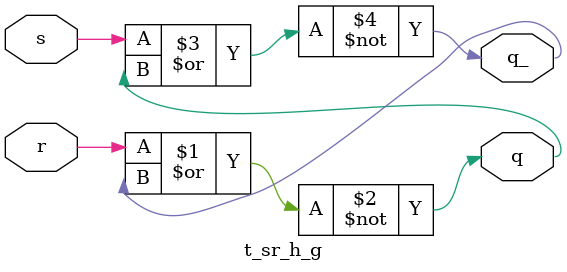
<source format=sv>
module t_sr_h_g(
        input logic s, r,
        output logic q, q_
);              // using gate level modeling
        nor n1(q,r,q_);
        nor n2(q_,s,q);
endmodule

</source>
